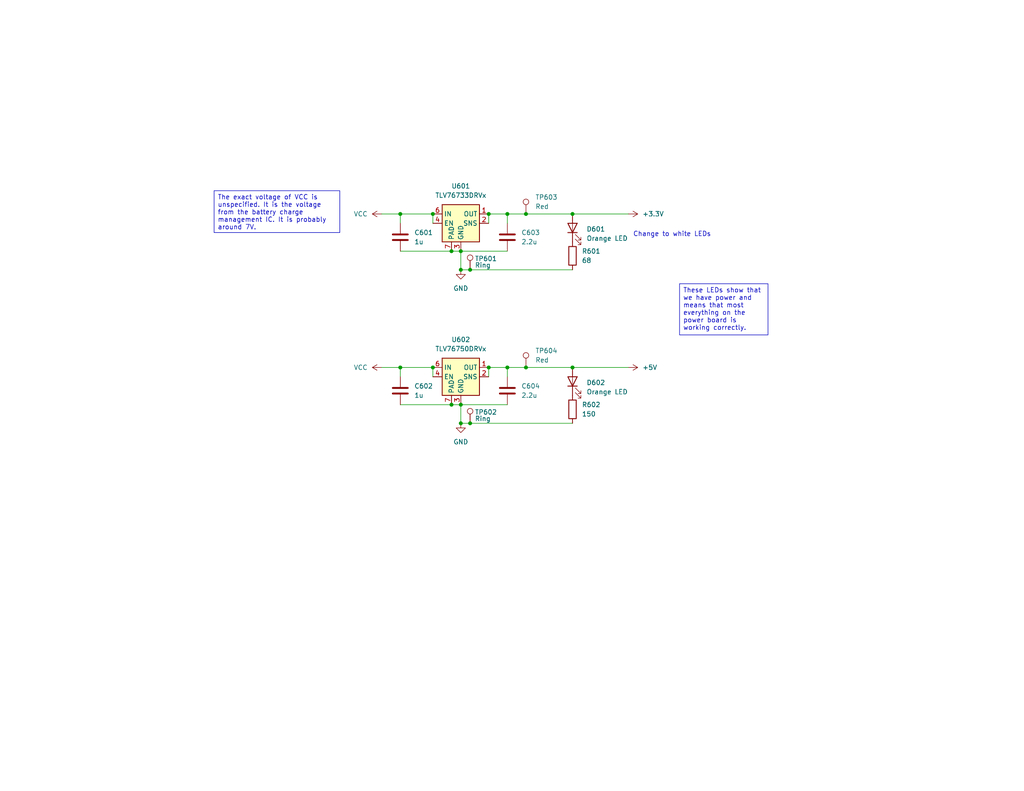
<source format=kicad_sch>
(kicad_sch (version 20230121) (generator eeschema)
  (paper "USLetter")
  (lib_symbols
    (symbol "Connector:TestPoint" (pin_numbers hide) (pin_names (offset 0.762) hide)
      (property "Reference" "TP" (at 0 6.858 0))
      (property "Value" "TestPoint" (at 0 5.08 0))
      (symbol "TestPoint_0_1"
        (circle (center 0 3.302) (radius 0.762))
      )
      (symbol "TestPoint_1_1"
        (pin passive line (at 0 0 90) (length 2.54) (name "1") (number "1"))
      )
    )
    (symbol "Device:C" (pin_numbers hide) (pin_names (offset 0.254))
      (property "Reference" "C" (at 0.635 2.54 0))
      (property "Value" "C" (at 0.635 -2.54 0))
      (symbol "C_0_1"
        (polyline (pts (xy -2.032 -0.762) (xy 2.032 -0.762)) (stroke (width 0.508)))
        (polyline (pts (xy -2.032 0.762) (xy 2.032 0.762)) (stroke (width 0.508)))
      )
      (symbol "C_1_1"
        (pin passive line (at 0 3.81 270) (length 2.794) (name "~") (number "1"))
        (pin passive line (at 0 -3.81 90) (length 2.794) (name "~") (number "2"))
      )
    )
    (symbol "Device:LED" (pin_numbers hide) (pin_names (offset 1.016) hide)
      (property "Reference" "D" (at 0 2.54 0))
      (property "Value" "LED" (at 0 -2.54 0))
      (symbol "LED_0_1"
        (polyline (pts (xy -1.27 -1.27) (xy -1.27 1.27)) (stroke (width 0.254)))
        (polyline (pts (xy -1.27 0) (xy 1.27 0)))
        (polyline (pts (xy 1.27 -1.27) (xy 1.27 1.27) (xy -1.27 0) (xy 1.27 -1.27)) (stroke (width 0.254)))
        (polyline (pts (xy -3.048 -0.762) (xy -4.572 -2.286) (xy -3.81 -2.286) (xy -4.572 -2.286) (xy -4.572 -1.524)))
        (polyline (pts (xy -1.778 -0.762) (xy -3.302 -2.286) (xy -2.54 -2.286) (xy -3.302 -2.286) (xy -3.302 -1.524)))
      )
      (symbol "LED_1_1"
        (pin passive line (at -3.81 0 0) (length 2.54) (name "K") (number "1"))
        (pin passive line (at 3.81 0 180) (length 2.54) (name "A") (number "2"))
      )
    )
    (symbol "Device:R" (pin_numbers hide) (pin_names (offset 0))
      (property "Reference" "R" (at 2.032 0 90))
      (property "Value" "R" (at 0 0 90))
      (symbol "R_0_1"
        (rectangle (start -1.016 -2.54) (end 1.016 2.54) (stroke (width 0.254)))
      )
      (symbol "R_1_1"
        (pin passive line (at 0 3.81 270) (length 1.27) (name "~") (number "1"))
        (pin passive line (at 0 -3.81 90) (length 1.27) (name "~") (number "2"))
      )
    )
    (symbol "Regulator_Linear:TLV76733DRVx"
      (property "Reference" "U" (at 0 8.89 0))
      (property "Value" "TLV76733DRVx" (at 0 6.35 0))
      (symbol "TLV76733DRVx_0_1"
        (rectangle (start -5.08 -5.08) (end 5.08 5.08) (stroke (width 0.254)) (fill (type background)))
      )
      (symbol "TLV76733DRVx_1_1"
        (pin power_out line (at 7.62 2.54 180) (length 2.54) (name "OUT") (number "1"))
        (pin input line (at 7.62 0 180) (length 2.54) (name "SNS") (number "2"))
        (pin power_in line (at 0 -7.62 90) (length 2.54) (name "GND") (number "3"))
        (pin input line (at -7.62 0 0) (length 2.54) (name "EN") (number "4"))
        (pin passive line (at 0 -7.62 90) (length 2.54) hide (name "GND") (number "5"))
        (pin power_in line (at -7.62 2.54 0) (length 2.54) (name "IN") (number "6"))
        (pin passive line (at -2.54 -7.62 90) (length 2.54) (name "PAD") (number "7"))
      )
    )
    (symbol "Regulator_Linear:TLV76750DRVx"
      (property "Reference" "U" (at 0 8.89 0))
      (property "Value" "TLV76750DRVx" (at 0 6.35 0))
      (symbol "TLV76750DRVx_0_1"
        (rectangle (start -5.08 -5.08) (end 5.08 5.08) (stroke (width 0.254)) (fill (type background)))
      )
      (symbol "TLV76750DRVx_1_1"
        (pin power_out line (at 7.62 2.54 180) (length 2.54) (name "OUT") (number "1"))
        (pin input line (at 7.62 0 180) (length 2.54) (name "SNS") (number "2"))
        (pin power_in line (at 0 -7.62 90) (length 2.54) (name "GND") (number "3"))
        (pin input line (at -7.62 0 0) (length 2.54) (name "EN") (number "4"))
        (pin passive line (at 0 -7.62 90) (length 2.54) hide (name "GND") (number "5"))
        (pin power_in line (at -7.62 2.54 0) (length 2.54) (name "IN") (number "6"))
        (pin passive line (at -2.54 -7.62 90) (length 2.54) (name "PAD") (number "7"))
      )
    )
    (symbol "power:+3.3V" (power) (pin_names (offset 0))
      (property "Value" "+3.3V" (at 0 3.556 0))
      (symbol "+3.3V_0_1"
        (polyline (pts (xy -0.762 1.27) (xy 0 2.54)))
        (polyline (pts (xy 0 0) (xy 0 2.54)))
        (polyline (pts (xy 0 2.54) (xy 0.762 1.27)))
      )
      (symbol "+3.3V_1_1"
        (pin power_in line (at 0 0 90) (length 0) hide (name "+3.3V") (number "1"))
      )
    )
    (symbol "power:+5V" (power) (pin_names (offset 0))
      (property "Value" "+5V" (at 0 3.556 0))
      (symbol "+5V_0_1"
        (polyline (pts (xy -0.762 1.27) (xy 0 2.54)))
        (polyline (pts (xy 0 0) (xy 0 2.54)))
        (polyline (pts (xy 0 2.54) (xy 0.762 1.27)))
      )
      (symbol "+5V_1_1"
        (pin power_in line (at 0 0 90) (length 0) hide (name "+5V") (number "1"))
      )
    )
    (symbol "power:GND" (power) (pin_names (offset 0))
      (property "Value" "GND" (at 0 -3.81 0))
      (symbol "GND_0_1"
        (polyline (pts (xy 0 0) (xy 0 -1.27) (xy 1.27 -1.27) (xy 0 -2.54) (xy -1.27 -1.27) (xy 0 -1.27)))
      )
      (symbol "GND_1_1"
        (pin power_in line (at 0 0 270) (length 0) hide (name "GND") (number "1"))
      )
    )
    (symbol "power:VCC" (power) (pin_names (offset 0))
      (property "Value" "VCC" (at 0 3.81 0))
      (symbol "VCC_0_1"
        (polyline (pts (xy -0.762 1.27) (xy 0 2.54)))
        (polyline (pts (xy 0 0) (xy 0 2.54)))
        (polyline (pts (xy 0 2.54) (xy 0.762 1.27)))
      )
      (symbol "VCC_1_1"
        (pin power_in line (at 0 0 90) (length 0) hide (name "VCC") (number "1"))
      )
    )
  )
  (junction (at 128.27 115.57))
  (junction (at 156.21 58.42))
  (junction (at 143.51 100.33))
  (junction (at 125.73 110.49))
  (junction (at 118.11 58.42))
  (junction (at 109.22 100.33))
  (junction (at 143.51 58.42))
  (junction (at 123.19 68.58))
  (junction (at 128.27 73.66))
  (junction (at 133.35 100.33))
  (junction (at 156.21 100.33))
  (junction (at 125.73 73.66))
  (junction (at 138.43 100.33))
  (junction (at 125.73 68.58))
  (junction (at 123.19 110.49))
  (junction (at 138.43 58.42))
  (junction (at 118.11 100.33))
  (junction (at 109.22 58.42))
  (junction (at 125.73 115.57))
  (junction (at 133.35 58.42))
  (wire (pts (xy 125.73 73.66) (xy 128.27 73.66)))
  (wire (pts (xy 143.51 58.42) (xy 138.43 58.42)))
  (wire (pts (xy 128.27 115.57) (xy 156.21 115.57)))
  (wire (pts (xy 118.11 100.33) (xy 118.11 102.87)))
  (wire (pts (xy 109.22 110.49) (xy 123.19 110.49)))
  (wire (pts (xy 109.22 100.33) (xy 109.22 102.87)))
  (wire (pts (xy 109.22 58.42) (xy 109.22 60.96)))
  (wire (pts (xy 125.73 115.57) (xy 128.27 115.57)))
  (wire (pts (xy 125.73 68.58) (xy 138.43 68.58)))
  (wire (pts (xy 104.14 58.42) (xy 109.22 58.42)))
  (wire (pts (xy 171.45 58.42) (xy 156.21 58.42)))
  (wire (pts (xy 133.35 58.42) (xy 133.35 60.96)))
  (wire (pts (xy 138.43 100.33) (xy 133.35 100.33)))
  (wire (pts (xy 123.19 68.58) (xy 125.73 68.58)))
  (wire (pts (xy 104.14 100.33) (xy 109.22 100.33)))
  (wire (pts (xy 128.27 73.66) (xy 156.21 73.66)))
  (wire (pts (xy 125.73 110.49) (xy 138.43 110.49)))
  (wire (pts (xy 125.73 115.57) (xy 125.73 110.49)))
  (wire (pts (xy 109.22 100.33) (xy 118.11 100.33)))
  (wire (pts (xy 133.35 100.33) (xy 133.35 102.87)))
  (wire (pts (xy 138.43 100.33) (xy 138.43 102.87)))
  (wire (pts (xy 171.45 100.33) (xy 156.21 100.33)))
  (wire (pts (xy 118.11 58.42) (xy 118.11 60.96)))
  (wire (pts (xy 125.73 73.66) (xy 125.73 68.58)))
  (wire (pts (xy 109.22 58.42) (xy 118.11 58.42)))
  (wire (pts (xy 156.21 58.42) (xy 143.51 58.42)))
  (wire (pts (xy 143.51 100.33) (xy 138.43 100.33)))
  (wire (pts (xy 138.43 58.42) (xy 138.43 60.96)))
  (wire (pts (xy 123.19 110.49) (xy 125.73 110.49)))
  (wire (pts (xy 138.43 58.42) (xy 133.35 58.42)))
  (wire (pts (xy 156.21 100.33) (xy 143.51 100.33)))
  (wire (pts (xy 109.22 68.58) (xy 123.19 68.58)))
  (text_box "These LEDs show that we have power and means that most everything on the power board is working correctly." (at 185.42 77.47 0) (size 24.13 13.97) (effects (font (size 1.27 1.27)) (justify left top)))
  (text_box "The exact voltage of VCC is unspecified. It is the voltage from the battery charge management IC. It is probably around 7V." (at 58.42 52.07 0) (size 34.29 11.43) (effects (font (size 1.27 1.27)) (justify left top)))
  (text "Change to white LEDs" (at 172.72 64.77 0) (effects (font (size 1.27 1.27)) (justify left bottom)))
  (symbol (lib_id "Connector:TestPoint") (at 128.27 73.66 0) (unit 1)
    (property "Reference" "TP601" (at 129.54 70.612 0) (effects (justify left)))
    (property "Value" "Ring" (at 129.54 72.39 0) (effects (justify left)))
    (property "Footprint" "TestPoint:TestPoint_Keystone_5019_Minature" (effects hide))
    (property "MPN" "C238131" (effects hide))
    (property "Manufacturer" "Keystone" (effects hide))
    (property "Manufacturer Part Number" "5019" (effects hide))
    (property "Active" "Y" (effects hide))
  )
  (symbol (lib_id "Connector:TestPoint") (at 128.27 115.57 0) (unit 1)
    (property "Reference" "TP602" (at 129.54 112.522 0) (effects (justify left)))
    (property "Value" "Ring" (at 129.54 114.3 0) (effects (justify left)))
    (property "Footprint" "TestPoint:TestPoint_Keystone_5019_Minature" (effects hide))
    (property "MPN" "C238131" (effects hide))
    (property "Manufacturer" "Keystone" (effects hide))
    (property "Manufacturer Part Number" "5019" (effects hide))
    (property "Active" "Y" (effects hide))
  )
  (symbol (lib_id "Device:LED") (at 156.21 104.14 90) (unit 1)
    (property "Reference" "D602" (at 160.02 104.4575 90) (effects (justify right)))
    (property "Value" "Orange LED" (at 160.02 106.9975 90) (effects (justify right)))
    (property "Footprint" "LED_SMD:LED_1210_3225Metric" (effects hide))
    (property "Active" "Y" (effects hide))
    (property "MPN" "C284943" (effects hide))
    (property "Manufacturer" "Lite-On" (effects hide))
    (property "Manufacturer Part Number" "LTST-C930KFKT" (effects hide))
  )
  (symbol (lib_id "Device:C") (at 138.43 64.77 0) (unit 1)
    (property "Reference" "C603" (at 142.24 63.5 0) (effects (justify left)))
    (property "Value" "2.2u" (at 142.24 66.04 0) (effects (justify left)))
    (property "Footprint" "Capacitor_SMD:C_0805_2012Metric" (effects hide))
    (property "Active" "Y" (effects hide))
    (property "Specs" "3.3V" (effects hide))
    (property "MPN" "C577425" (effects hide))
    (property "Manufacturer" "YAGEO" (effects hide))
    (property "Manufacturer Part Number" "CS0805KKX7R7BB225" (effects hide))
  )
  (symbol (lib_id "Connector:TestPoint") (at 143.51 58.42 0) (unit 1)
    (property "Reference" "TP603" (at 146.05 53.848 0) (effects (justify left)))
    (property "Value" "Red" (at 146.05 56.388 0) (effects (justify left)))
    (property "Footprint" "TestPoint:TestPoint_Keystone_5000-5004_Miniature" (effects hide))
    (property "MPN" "C5199900" (effects hide))
    (property "Manufacturer" "Keystone" (effects hide))
    (property "Manufacturer Part Number" "5000" (effects hide))
    (property "Active" "Y" (effects hide))
  )
  (symbol (lib_id "power:+5V") (at 171.45 100.33 270) (unit 1)
    (property "Reference" "#PWR0606" (effects hide))
    (property "Value" "+5V" (at 175.26 100.33 90) (effects (justify left)))
  )
  (symbol (lib_id "power:GND") (at 125.73 73.66 0) (unit 1)
    (property "Reference" "#PWR0603" (effects hide))
    (property "Value" "GND" (at 125.73 78.74 0))
  )
  (symbol (lib_id "power:VCC") (at 104.14 100.33 90) (unit 1)
    (property "Reference" "#PWR0602" (effects hide))
    (property "Value" "VCC" (at 100.33 100.33 90) (effects (justify left)))
  )
  (symbol (lib_id "Connector:TestPoint") (at 143.51 100.33 0) (unit 1)
    (property "Reference" "TP604" (at 146.05 95.758 0) (effects (justify left)))
    (property "Value" "Red" (at 146.05 98.298 0) (effects (justify left)))
    (property "Footprint" "TestPoint:TestPoint_Keystone_5000-5004_Miniature" (effects hide))
    (property "MPN" "C5199900" (effects hide))
    (property "Manufacturer" "Keystone" (effects hide))
    (property "Manufacturer Part Number" "5000" (effects hide))
    (property "Active" "Y" (effects hide))
  )
  (symbol (lib_id "Device:C") (at 109.22 106.68 0) (unit 1)
    (property "Reference" "C602" (at 113.03 105.41 0) (effects (justify left)))
    (property "Value" "1u" (at 113.03 107.95 0) (effects (justify left)))
    (property "Footprint" "Capacitor_SMD:C_0805_2012Metric" (effects hide))
    (property "MPN" "C726584" (effects hide))
    (property "Manufacturer" "YAGEO" (effects hide))
    (property "Manufacturer Part Number" "AC0805KKX7R9BB105" (effects hide))
    (property "Active" "Y" (effects hide))
    (property "Specs" "10V" (effects hide))
  )
  (symbol (lib_id "Device:R") (at 156.21 69.85 0) (unit 1)
    (property "Reference" "R601" (at 158.75 68.58 0) (effects (justify left)))
    (property "Value" "68" (at 158.75 71.12 0) (effects (justify left)))
    (property "Footprint" "Resistor_SMD:R_0402_1005Metric" (effects hide))
    (property "MPN" "C163455" (effects hide))
    (property "Manufacturer" "YAGEO" (effects hide))
    (property "Manufacturer Part Number" "RC0402FR-0768RL" (effects hide))
    (property "Active" "Y" (effects hide))
  )
  (symbol (lib_id "power:+3.3V") (at 171.45 58.42 270) (unit 1)
    (property "Reference" "#PWR0605" (effects hide))
    (property "Value" "+3.3V" (at 175.26 58.42 90) (effects (justify left)))
  )
  (symbol (lib_id "Device:C") (at 109.22 64.77 0) (unit 1)
    (property "Reference" "C601" (at 113.03 63.5 0) (effects (justify left)))
    (property "Value" "1u" (at 113.03 66.04 0) (effects (justify left)))
    (property "Footprint" "Capacitor_SMD:C_0805_2012Metric" (effects hide))
    (property "MPN" "C726584" (effects hide))
    (property "Manufacturer" "YAGEO" (effects hide))
    (property "Manufacturer Part Number" "AC0805KKX7R9BB105" (effects hide))
    (property "Active" "Y" (effects hide))
    (property "Specs" "10V" (effects hide))
  )
  (symbol (lib_id "Device:LED") (at 156.21 62.23 90) (unit 1)
    (property "Reference" "D601" (at 160.02 62.5475 90) (effects (justify right)))
    (property "Value" "Orange LED" (at 160.02 65.0875 90) (effects (justify right)))
    (property "Footprint" "LED_SMD:LED_1210_3225Metric" (effects hide))
    (property "Active" "Y" (effects hide))
    (property "MPN" "C284943" (effects hide))
    (property "Manufacturer" "Lite-On" (effects hide))
    (property "Manufacturer Part Number" "LTST-C930KFKT" (effects hide))
  )
  (symbol (lib_id "Regulator_Linear:TLV76733DRVx") (at 125.73 60.96 0) (unit 1)
    (property "Reference" "U601" (at 125.73 50.8 0))
    (property "Value" "TLV76733DRVx" (at 125.73 53.34 0))
    (property "Footprint" "Package_SON:WSON-6-1EP_2x2mm_P0.65mm_EP1x1.6mm_ThermalVias" (effects hide))
    (property "Datasheet" "www.ti.com/lit/gpn/TLV767" (effects hide))
    (property "Active" "Y" (effects hide))
    (property "MPN" "C2848334" (effects hide))
    (property "Manufacturer" "Texas Instruments" (effects hide))
    (property "Manufacturer Part Number" "TLV76733DRVR" (effects hide))
  )
  (symbol (lib_id "Device:C") (at 138.43 106.68 0) (unit 1)
    (property "Reference" "C604" (at 142.24 105.41 0) (effects (justify left)))
    (property "Value" "2.2u" (at 142.24 107.95 0) (effects (justify left)))
    (property "Footprint" "Capacitor_SMD:C_0805_2012Metric" (effects hide))
    (property "Active" "Y" (effects hide))
    (property "Specs" "3.3V" (effects hide))
    (property "MPN" "C577425" (effects hide))
    (property "Manufacturer" "YAGEO" (effects hide))
    (property "Manufacturer Part Number" "CS0805KKX7R7BB225" (effects hide))
  )
  (symbol (lib_id "Regulator_Linear:TLV76750DRVx") (at 125.73 102.87 0) (unit 1)
    (property "Reference" "U602" (at 125.73 92.71 0))
    (property "Value" "TLV76750DRVx" (at 125.73 95.25 0))
    (property "Footprint" "Package_SON:WSON-6-1EP_2x2mm_P0.65mm_EP1x1.6mm_ThermalVias" (effects hide))
    (property "Datasheet" "www.ti.com/lit/gpn/TLV767" (effects hide))
    (property "Manufacturer" "Texas Instruments" (effects hide))
    (property "Manufacturer Part Number" "TLV76750DRVR" (effects hide))
    (property "MPN" "C2872569" (effects hide))
    (property "Active" "Y" (effects hide))
  )
  (symbol (lib_id "power:VCC") (at 104.14 58.42 90) (unit 1)
    (property "Reference" "#PWR0601" (effects hide))
    (property "Value" "VCC" (at 100.33 58.42 90) (effects (justify left)))
  )
  (symbol (lib_id "Device:R") (at 156.21 111.76 0) (unit 1)
    (property "Reference" "R602" (at 158.75 110.49 0) (effects (justify left)))
    (property "Value" "150" (at 158.75 113.03 0) (effects (justify left)))
    (property "Footprint" "Resistor_SMD:R_0402_1005Metric" (effects hide))
    (property "MPN" "C138054" (effects hide))
    (property "Manufacturer" "YAGEO" (effects hide))
    (property "Manufacturer Part Number" "RC0402FR-07150RL" (effects hide))
    (property "Active" "Y" (effects hide))
  )
  (symbol (lib_id "power:GND") (at 125.73 115.57 0) (unit 1)
    (property "Reference" "#PWR0604" (effects hide))
    (property "Value" "GND" (at 125.73 120.65 0))
  )
)
</source>
